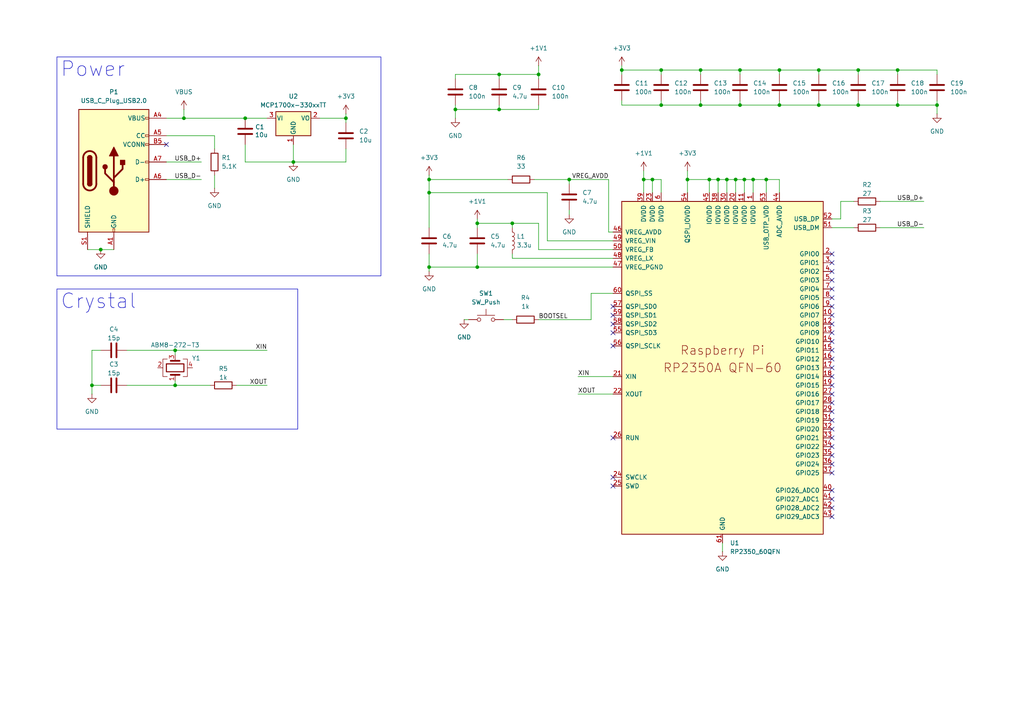
<source format=kicad_sch>
(kicad_sch (version 20250114) (generator "eeschema") (generator_version "9.0")
  (paper "A4")
  (lib_symbols
    (symbol "Connector:USB_C_Plug_USB2.0" (pin_names (offset 1.016))
      (property "Reference" "P" (at -10.16 19.05 0))
      (property "Value" "USB_C_Plug_USB2.0" (at 12.7 19.05 0))
      (symbol "USB_C_Plug_USB2.0_0_0"
        (rectangle (start -0.254 -17.78) (end 0.254 -16.764))
        (rectangle (start 10.16 15.494) (end 9.144 14.986))
        (rectangle (start 10.16 10.414) (end 9.144 9.906))
        (rectangle (start 10.16 7.874) (end 9.144 7.366))
        (rectangle (start 10.16 2.794) (end 9.144 2.286))
        (rectangle (start 10.16 -2.286) (end 9.144 -2.794))
      )
      (symbol "USB_C_Plug_USB2.0_0_1"
        (rectangle (start -10.16 17.78) (end 10.16 -17.78) (stroke (width 0.254)) (fill (type background)))
        (polyline (pts (xy -8.89 -3.81) (xy -8.89 3.81)) (stroke (width 0.508)))
        (rectangle (start -7.62 -3.81) (end -6.35 3.81) (stroke (width 0.254)) (fill (type outline)))
        (arc (start -7.62 3.81) (mid -6.985 4.4423) (end -6.35 3.81) (stroke (width 0.254)))
        (arc (start -7.62 3.81) (mid -6.985 4.4423) (end -6.35 3.81) (stroke (width 0.254)) (fill (type outline)))
        (arc (start -8.89 3.81) (mid -6.985 5.7067) (end -5.08 3.81) (stroke (width 0.508)))
        (arc (start -5.08 -3.81) (mid -6.985 -5.7067) (end -8.89 -3.81) (stroke (width 0.508)))
        (arc (start -6.35 -3.81) (mid -6.985 -4.4423) (end -7.62 -3.81) (stroke (width 0.254)))
        (arc (start -6.35 -3.81) (mid -6.985 -4.4423) (end -7.62 -3.81) (stroke (width 0.254)) (fill (type outline)))
        (polyline (pts (xy -5.08 3.81) (xy -5.08 -3.81)) (stroke (width 0.508)))
        (circle (center -2.54 1.143) (radius 0.635) (stroke (width 0.254)) (fill (type outline)))
        (polyline (pts (xy -1.27 4.318) (xy 0 6.858) (xy 1.27 4.318) (xy -1.27 4.318)) (stroke (width 0.254)) (fill (type outline)))
        (polyline (pts (xy 0 -2.032) (xy 2.54 0.508) (xy 2.54 1.778)) (stroke (width 0.508)))
        (polyline (pts (xy 0 -3.302) (xy -2.54 -0.762) (xy -2.54 0.508)) (stroke (width 0.508)))
        (polyline (pts (xy 0 -5.842) (xy 0 4.318)) (stroke (width 0.508)))
        (circle (center 0 -5.842) (radius 1.27) (fill (type outline)))
        (rectangle (start 1.905 1.778) (end 3.175 3.048) (stroke (width 0.254)) (fill (type outline)))
      )
      (symbol "USB_C_Plug_USB2.0_1_1"
        (pin passive line (at -7.62 -22.86 90) (length 5.08) (name "SHIELD") (number "S1"))
        (pin passive line (at 0 -22.86 90) (length 5.08) (name "GND") (number "A1"))
        (pin passive line (at 0 -22.86 90) (length 5.08) (hide yes) (name "GND") (number "A12"))
        (pin passive line (at 0 -22.86 90) (length 5.08) (hide yes) (name "GND") (number "B1"))
        (pin passive line (at 0 -22.86 90) (length 5.08) (hide yes) (name "GND") (number "B12"))
        (pin passive line (at 15.24 15.24 180) (length 5.08) (name "VBUS") (number "A4"))
        (pin passive line (at 15.24 15.24 180) (length 5.08) (hide yes) (name "VBUS") (number "A9"))
        (pin passive line (at 15.24 15.24 180) (length 5.08) (hide yes) (name "VBUS") (number "B4"))
        (pin passive line (at 15.24 15.24 180) (length 5.08) (hide yes) (name "VBUS") (number "B9"))
        (pin bidirectional line (at 15.24 10.16 180) (length 5.08) (name "CC") (number "A5"))
        (pin bidirectional line (at 15.24 7.62 180) (length 5.08) (name "VCONN") (number "B5"))
        (pin bidirectional line (at 15.24 2.54 180) (length 5.08) (name "D-") (number "A7"))
        (pin bidirectional line (at 15.24 -2.54 180) (length 5.08) (name "D+") (number "A6"))
      )
    )
    (symbol "Device:C" (pin_numbers (hide yes)) (pin_names (offset 0.254))
      (property "Reference" "C" (at 0.635 2.54 0))
      (property "Value" "C" (at 0.635 -2.54 0))
      (symbol "C_0_1"
        (polyline (pts (xy -2.032 0.762) (xy 2.032 0.762)) (stroke (width 0.508)))
        (polyline (pts (xy -2.032 -0.762) (xy 2.032 -0.762)) (stroke (width 0.508)))
      )
      (symbol "C_1_1"
        (pin passive line (at 0 3.81 270) (length 2.794) (name "~") (number "1"))
        (pin passive line (at 0 -3.81 90) (length 2.794) (name "~") (number "2"))
      )
    )
    (symbol "Device:Crystal_GND24" (pin_names (offset 1.016) (hide yes))
      (property "Reference" "Y" (at 3.175 5.08 0))
      (property "Value" "Crystal_GND24" (at 3.175 3.175 0))
      (symbol "Crystal_GND24_0_1"
        (polyline (pts (xy -2.54 2.286) (xy -2.54 3.556) (xy 2.54 3.556) (xy 2.54 2.286)))
        (polyline (pts (xy -2.54 0) (xy -2.032 0)))
        (polyline (pts (xy -2.54 -2.286) (xy -2.54 -3.556) (xy 2.54 -3.556) (xy 2.54 -2.286)))
        (polyline (pts (xy -2.032 -1.27) (xy -2.032 1.27)) (stroke (width 0.508)))
        (rectangle (start -1.143 2.54) (end 1.143 -2.54) (stroke (width 0.3048)))
        (polyline (pts (xy 0 3.556) (xy 0 3.81)))
        (polyline (pts (xy 0 -3.81) (xy 0 -3.556)))
        (polyline (pts (xy 2.032 0) (xy 2.54 0)))
        (polyline (pts (xy 2.032 -1.27) (xy 2.032 1.27)) (stroke (width 0.508)))
      )
      (symbol "Crystal_GND24_1_1"
        (pin passive line (at -3.81 0 0) (length 1.27) (name "1") (number "1"))
        (pin passive line (at 0 5.08 270) (length 1.27) (name "2") (number "2"))
        (pin passive line (at 0 -5.08 90) (length 1.27) (name "4") (number "4"))
        (pin passive line (at 3.81 0 180) (length 1.27) (name "3") (number "3"))
      )
    )
    (symbol "Device:L" (pin_numbers (hide yes)) (pin_names (offset 1.016) (hide yes))
      (property "Reference" "L" (at -1.27 0 90))
      (property "Value" "L" (at 1.905 0 90))
      (symbol "L_0_1"
        (arc (start 0 2.54) (mid 0.6323 1.905) (end 0 1.27))
        (arc (start 0 1.27) (mid 0.6323 0.635) (end 0 0))
        (arc (start 0 0) (mid 0.6323 -0.635) (end 0 -1.27))
        (arc (start 0 -1.27) (mid 0.6323 -1.905) (end 0 -2.54))
      )
      (symbol "L_1_1"
        (pin passive line (at 0 3.81 270) (length 1.27) (name "1") (number "1"))
        (pin passive line (at 0 -3.81 90) (length 1.27) (name "2") (number "2"))
      )
    )
    (symbol "Device:R" (pin_numbers (hide yes)) (pin_names (offset 0))
      (property "Reference" "R" (at 2.032 0 90))
      (property "Value" "R" (at 0 0 90))
      (symbol "R_0_1"
        (rectangle (start -1.016 -2.54) (end 1.016 2.54) (stroke (width 0.254)))
      )
      (symbol "R_1_1"
        (pin passive line (at 0 3.81 270) (length 1.27) (name "~") (number "1"))
        (pin passive line (at 0 -3.81 90) (length 1.27) (name "~") (number "2"))
      )
    )
    (symbol "Regulator_Linear:MCP1700x-330xxTT" (pin_names (offset 0.254))
      (property "Reference" "U" (at -3.81 3.175 0))
      (property "Value" "MCP1700x-330xxTT" (at 0 3.175 0))
      (symbol "MCP1700x-330xxTT_0_1"
        (rectangle (start -5.08 1.905) (end 5.08 -5.08) (stroke (width 0.254)) (fill (type background)))
      )
      (symbol "MCP1700x-330xxTT_1_1"
        (pin power_in line (at -7.62 0 0) (length 2.54) (name "VI") (number "3"))
        (pin power_in line (at 0 -7.62 90) (length 2.54) (name "GND") (number "1"))
        (pin power_out line (at 7.62 0 180) (length 2.54) (name "VO") (number "2"))
      )
    )
    (symbol "Switch:SW_Push" (pin_numbers (hide yes)) (pin_names (offset 1.016) (hide yes))
      (property "Reference" "SW" (at 1.27 2.54 0))
      (property "Value" "SW_Push" (at 0 -1.524 0))
      (symbol "SW_Push_0_1"
        (circle (center -2.032 0) (radius 0.508))
        (polyline (pts (xy 0 1.27) (xy 0 3.048)))
        (circle (center 2.032 0) (radius 0.508))
        (polyline (pts (xy 2.54 1.27) (xy -2.54 1.27)))
        (pin passive line (at -5.08 0 0) (length 2.54) (name "1") (number "1"))
        (pin passive line (at 5.08 0 180) (length 2.54) (name "2") (number "2"))
      )
    )
    (symbol "power:+1V1" (power) (pin_numbers (hide yes)) (pin_names (offset 0) (hide yes))
      (property "Value" "+1V1" (at 0 3.556 0))
      (symbol "+1V1_0_1"
        (polyline (pts (xy -0.762 1.27) (xy 0 2.54)))
        (polyline (pts (xy 0 2.54) (xy 0.762 1.27)))
        (polyline (pts (xy 0 0) (xy 0 2.54)))
      )
      (symbol "+1V1_1_1"
        (pin power_in line (at 0 0 90) (length 0) (name "~") (number "1"))
      )
    )
    (symbol "power:+3V3" (power) (pin_numbers (hide yes)) (pin_names (offset 0) (hide yes))
      (property "Value" "+3V3" (at 0 3.556 0))
      (symbol "+3V3_0_1"
        (polyline (pts (xy -0.762 1.27) (xy 0 2.54)))
        (polyline (pts (xy 0 2.54) (xy 0.762 1.27)))
        (polyline (pts (xy 0 0) (xy 0 2.54)))
      )
      (symbol "+3V3_1_1"
        (pin power_in line (at 0 0 90) (length 0) (name "~") (number "1"))
      )
    )
    (symbol "power:GND" (power) (pin_numbers (hide yes)) (pin_names (offset 0) (hide yes))
      (property "Value" "GND" (at 0 -3.81 0))
      (symbol "GND_0_1"
        (polyline (pts (xy 0 0) (xy 0 -1.27) (xy 1.27 -1.27) (xy 0 -2.54) (xy -1.27 -1.27) (xy 0 -1.27)))
      )
      (symbol "GND_1_1"
        (pin power_in line (at 0 0 270) (length 0) (name "~") (number "1"))
      )
    )
    (symbol "power:VBUS" (power) (pin_numbers (hide yes)) (pin_names (offset 0) (hide yes))
      (property "Value" "VBUS" (at 0 3.556 0))
      (symbol "VBUS_0_1"
        (polyline (pts (xy -0.762 1.27) (xy 0 2.54)))
        (polyline (pts (xy 0 2.54) (xy 0.762 1.27)))
        (polyline (pts (xy 0 0) (xy 0 2.54)))
      )
      (symbol "VBUS_1_1"
        (pin power_in line (at 0 0 90) (length 0) (name "~") (number "1"))
      )
    )
    (symbol "rp2350a:RP2350_60QFN" (pin_names (offset 1.016))
      (property "Reference" "U" (at -29.21 49.53 0))
      (property "Value" "RP2350_60QFN" (at 24.13 -49.53 0))
      (symbol "RP2350_60QFN_0_0"
        (text "Raspberry Pi" (at 0 5.08 0) (effects (font (size 2.54 2.54))))
      )
      (symbol "RP2350_60QFN_0_1"
        (rectangle (start 29.21 48.26) (end -29.21 -48.26) (stroke (width 0.254)) (fill (type background)))
      )
      (symbol "RP2350_60QFN_1_0"
        (text "RP2350A QFN-60" (at 0 0 0) (effects (font (size 2.54 2.54))))
      )
      (symbol "RP2350_60QFN_1_1"
        (pin power_in line (at -31.75 39.37 0) (length 2.54) (name "VREG_AVDD") (number "46"))
        (pin power_in line (at -31.75 36.83 0) (length 2.54) (name "VREG_VIN") (number "49"))
        (pin input line (at -31.75 34.29 0) (length 2.54) (name "VREG_FB") (number "50"))
        (pin power_out line (at -31.75 31.75 0) (length 2.54) (name "VREG_LX") (number "48"))
        (pin power_in line (at -31.75 29.21 0) (length 2.54) (name "VREG_PGND") (number "47"))
        (pin bidirectional line (at -31.75 21.59 0) (length 2.54) (name "QSPI_SS") (number "60"))
        (pin bidirectional line (at -31.75 17.78 0) (length 2.54) (name "QSPI_SD0") (number "57"))
        (pin bidirectional line (at -31.75 15.24 0) (length 2.54) (name "QSPI_SD1") (number "59"))
        (pin bidirectional line (at -31.75 12.7 0) (length 2.54) (name "QSPI_SD2") (number "58"))
        (pin bidirectional line (at -31.75 10.16 0) (length 2.54) (name "QSPI_SD3") (number "55"))
        (pin output line (at -31.75 6.35 0) (length 2.54) (name "QSPI_SCLK") (number "56"))
        (pin input line (at -31.75 -2.54 0) (length 2.54) (name "XIN") (number "21"))
        (pin passive line (at -31.75 -7.62 0) (length 2.54) (name "XOUT") (number "22"))
        (pin input line (at -31.75 -20.32 0) (length 2.54) (name "RUN") (number "26"))
        (pin output line (at -31.75 -31.75 0) (length 2.54) (name "SWCLK") (number "24"))
        (pin bidirectional line (at -31.75 -34.29 0) (length 2.54) (name "SWD") (number "25"))
        (pin power_in line (at -22.86 50.8 270) (length 2.54) (name "DVDD") (number "39"))
        (pin power_in line (at -20.32 50.8 270) (length 2.54) (name "DVDD") (number "23"))
        (pin power_in line (at -17.78 50.8 270) (length 2.54) (name "DVDD") (number "6"))
        (pin power_in line (at -10.16 50.8 270) (length 2.54) (name "QSPI_IOVDD") (number "54"))
        (pin power_in line (at -3.81 50.8 270) (length 2.54) (name "IOVDD") (number "45"))
        (pin power_in line (at -1.27 50.8 270) (length 2.54) (name "IOVDD") (number "38"))
        (pin power_in line (at 0 -50.8 90) (length 2.54) (name "GND") (number "61"))
        (pin power_in line (at 1.27 50.8 270) (length 2.54) (name "IOVDD") (number "30"))
        (pin power_in line (at 3.81 50.8 270) (length 2.54) (name "IOVDD") (number "20"))
        (pin power_in line (at 6.35 50.8 270) (length 2.54) (name "IOVDD") (number "11"))
        (pin power_in line (at 8.89 50.8 270) (length 2.54) (name "IOVDD") (number "1"))
        (pin power_in line (at 12.7 50.8 270) (length 2.54) (name "USB_OTP_VDD") (number "53"))
        (pin power_in line (at 16.51 50.8 270) (length 2.54) (name "ADC_AVDD") (number "44"))
        (pin bidirectional line (at 31.75 43.18 180) (length 2.54) (name "USB_DP") (number "52"))
        (pin bidirectional line (at 31.75 40.64 180) (length 2.54) (name "USB_DM") (number "51"))
        (pin bidirectional line (at 31.75 33.02 180) (length 2.54) (name "GPIO0") (number "2"))
        (pin bidirectional line (at 31.75 30.48 180) (length 2.54) (name "GPIO1") (number "3"))
        (pin bidirectional line (at 31.75 27.94 180) (length 2.54) (name "GPIO2") (number "4"))
        (pin bidirectional line (at 31.75 25.4 180) (length 2.54) (name "GPIO3") (number "5"))
        (pin bidirectional line (at 31.75 22.86 180) (length 2.54) (name "GPIO4") (number "7"))
        (pin bidirectional line (at 31.75 20.32 180) (length 2.54) (name "GPIO5") (number "8"))
        (pin bidirectional line (at 31.75 17.78 180) (length 2.54) (name "GPIO6") (number "9"))
        (pin bidirectional line (at 31.75 15.24 180) (length 2.54) (name "GPIO7") (number "10"))
        (pin bidirectional line (at 31.75 12.7 180) (length 2.54) (name "GPIO8") (number "12"))
        (pin bidirectional line (at 31.75 10.16 180) (length 2.54) (name "GPIO9") (number "13"))
        (pin bidirectional line (at 31.75 7.62 180) (length 2.54) (name "GPIO10") (number "14"))
        (pin bidirectional line (at 31.75 5.08 180) (length 2.54) (name "GPIO11") (number "15"))
        (pin bidirectional line (at 31.75 2.54 180) (length 2.54) (name "GPIO12") (number "16"))
        (pin bidirectional line (at 31.75 0 180) (length 2.54) (name "GPIO13") (number "17"))
        (pin bidirectional line (at 31.75 -2.54 180) (length 2.54) (name "GPIO14") (number "18"))
        (pin bidirectional line (at 31.75 -5.08 180) (length 2.54) (name "GPIO15") (number "19"))
        (pin bidirectional line (at 31.75 -7.62 180) (length 2.54) (name "GPIO16") (number "27"))
        (pin bidirectional line (at 31.75 -10.16 180) (length 2.54) (name "GPIO17") (number "28"))
        (pin bidirectional line (at 31.75 -12.7 180) (length 2.54) (name "GPIO18") (number "29"))
        (pin bidirectional line (at 31.75 -15.24 180) (length 2.54) (name "GPIO19") (number "31"))
        (pin bidirectional line (at 31.75 -17.78 180) (length 2.54) (name "GPIO20") (number "32"))
        (pin bidirectional line (at 31.75 -20.32 180) (length 2.54) (name "GPIO21") (number "33"))
        (pin bidirectional line (at 31.75 -22.86 180) (length 2.54) (name "GPIO22") (number "34"))
        (pin bidirectional line (at 31.75 -25.4 180) (length 2.54) (name "GPIO23") (number "35"))
        (pin bidirectional line (at 31.75 -27.94 180) (length 2.54) (name "GPIO24") (number "36"))
        (pin bidirectional line (at 31.75 -30.48 180) (length 2.54) (name "GPIO25") (number "37"))
        (pin bidirectional line (at 31.75 -35.56 180) (length 2.54) (name "GPIO26_ADC0") (number "40"))
        (pin bidirectional line (at 31.75 -38.1 180) (length 2.54) (name "GPIO27_ADC1") (number "41"))
        (pin bidirectional line (at 31.75 -40.64 180) (length 2.54) (name "GPIO28_ADC2") (number "42"))
        (pin bidirectional line (at 31.75 -43.18 180) (length 2.54) (name "GPIO29_ADC3") (number "43"))
      )
    )
  )
  (text_box "Crystal" (at 16.51 83.82 0) (size 69.85 40.64) (margins 0.9525 0.9525 0.9525 0.9525) (effects (font (size 4.2418 4.2418)) (justify left top)))
  (text_box "Power\n" (at 16.51 16.51 0) (size 93.98 63.5) (margins 0.9525 0.9525 0.9525 0.9525) (effects (font (size 4.2418 4.2418)) (justify left top)))
  (junction (at 222.25 52.07))
  (junction (at 124.46 55.88))
  (junction (at 260.35 20.32))
  (junction (at 100.33 34.29))
  (junction (at 237.49 20.32))
  (junction (at 124.46 77.47))
  (junction (at 191.77 30.48))
  (junction (at 226.06 30.48))
  (junction (at 71.12 34.29))
  (junction (at 203.2 30.48))
  (junction (at 260.35 30.48))
  (junction (at 189.23 52.07))
  (junction (at 180.34 20.32))
  (junction (at 50.8 111.76))
  (junction (at 53.34 34.29))
  (junction (at 226.06 20.32))
  (junction (at 199.39 52.07))
  (junction (at 144.78 21.59))
  (junction (at 165.1 52.07))
  (junction (at 138.43 77.47))
  (junction (at 205.74 52.07))
  (junction (at 214.63 30.48))
  (junction (at 214.63 20.32))
  (junction (at 271.78 30.48))
  (junction (at 156.21 21.59))
  (junction (at 29.21 72.39))
  (junction (at 210.82 52.07))
  (junction (at 203.2 20.32))
  (junction (at 213.36 52.07))
  (junction (at 248.92 20.32))
  (junction (at 248.92 30.48))
  (junction (at 144.78 31.75))
  (junction (at 186.69 52.07))
  (junction (at 237.49 30.48))
  (junction (at 85.09 46.99))
  (junction (at 148.59 64.77))
  (junction (at 50.8 101.6))
  (junction (at 138.43 64.77))
  (junction (at 215.9 52.07))
  (junction (at 132.08 31.75))
  (junction (at 124.46 52.07))
  (junction (at 218.44 52.07))
  (junction (at 26.67 111.76))
  (junction (at 191.77 20.32))
  (junction (at 208.28 52.07))
  (no_connect (at 177.8 100.33))
  (no_connect (at 241.3 83.82))
  (no_connect (at 241.3 134.62))
  (no_connect (at 241.3 78.74))
  (no_connect (at 241.3 96.52))
  (no_connect (at 241.3 93.98))
  (no_connect (at 241.3 91.44))
  (no_connect (at 177.8 138.43))
  (no_connect (at 241.3 101.6))
  (no_connect (at 177.8 88.9))
  (no_connect (at 241.3 114.3))
  (no_connect (at 241.3 99.06))
  (no_connect (at 177.8 93.98))
  (no_connect (at 241.3 116.84))
  (no_connect (at 48.26 41.91))
  (no_connect (at 177.8 91.44))
  (no_connect (at 241.3 104.14))
  (no_connect (at 241.3 129.54))
  (no_connect (at 241.3 144.78))
  (no_connect (at 241.3 127))
  (no_connect (at 241.3 73.66))
  (no_connect (at 241.3 142.24))
  (no_connect (at 241.3 111.76))
  (no_connect (at 241.3 137.16))
  (no_connect (at 241.3 119.38))
  (no_connect (at 241.3 86.36))
  (no_connect (at 241.3 109.22))
  (no_connect (at 241.3 124.46))
  (no_connect (at 241.3 81.28))
  (no_connect (at 241.3 121.92))
  (no_connect (at 177.8 127))
  (no_connect (at 177.8 96.52))
  (no_connect (at 241.3 149.86))
  (no_connect (at 177.8 140.97))
  (no_connect (at 241.3 76.2))
  (no_connect (at 241.3 147.32))
  (no_connect (at 241.3 106.68))
  (no_connect (at 241.3 88.9))
  (no_connect (at 241.3 132.08))
  (wire (pts (xy 92.71 34.29) (xy 100.33 34.29)))
  (wire (pts (xy 191.77 30.48) (xy 191.77 29.21)))
  (wire (pts (xy 148.59 64.77) (xy 156.21 64.77)))
  (wire (pts (xy 138.43 64.77) (xy 148.59 64.77)))
  (wire (pts (xy 156.21 19.05) (xy 156.21 21.59)))
  (wire (pts (xy 226.06 30.48) (xy 226.06 29.21)))
  (wire (pts (xy 191.77 20.32) (xy 203.2 20.32)))
  (wire (pts (xy 138.43 73.66) (xy 138.43 77.47)))
  (wire (pts (xy 36.83 111.76) (xy 50.8 111.76)))
  (wire (pts (xy 29.21 72.39) (xy 33.02 72.39)))
  (wire (pts (xy 100.33 43.18) (xy 100.33 46.99)))
  (wire (pts (xy 100.33 34.29) (xy 100.33 35.56)))
  (wire (pts (xy 199.39 49.53) (xy 199.39 52.07)))
  (wire (pts (xy 237.49 30.48) (xy 237.49 29.21)))
  (wire (pts (xy 180.34 20.32) (xy 180.34 21.59)))
  (wire (pts (xy 167.64 109.22) (xy 177.8 109.22)))
  (wire (pts (xy 144.78 21.59) (xy 144.78 22.86)))
  (wire (pts (xy 71.12 34.29) (xy 77.47 34.29)))
  (wire (pts (xy 156.21 64.77) (xy 156.21 72.39)))
  (wire (pts (xy 132.08 22.86) (xy 132.08 21.59)))
  (wire (pts (xy 132.08 31.75) (xy 132.08 34.29)))
  (wire (pts (xy 144.78 31.75) (xy 156.21 31.75)))
  (wire (pts (xy 214.63 30.48) (xy 214.63 29.21)))
  (wire (pts (xy 205.74 52.07) (xy 199.39 52.07)))
  (wire (pts (xy 26.67 101.6) (xy 29.21 101.6)))
  (wire (pts (xy 124.46 52.07) (xy 124.46 55.88)))
  (wire (pts (xy 25.4 72.39) (xy 29.21 72.39)))
  (wire (pts (xy 50.8 102.87) (xy 50.8 101.6)))
  (wire (pts (xy 205.74 52.07) (xy 205.74 55.88)))
  (wire (pts (xy 218.44 52.07) (xy 218.44 55.88)))
  (wire (pts (xy 156.21 72.39) (xy 177.8 72.39)))
  (wire (pts (xy 226.06 20.32) (xy 226.06 21.59)))
  (wire (pts (xy 237.49 20.32) (xy 248.92 20.32)))
  (wire (pts (xy 50.8 110.49) (xy 50.8 111.76)))
  (wire (pts (xy 138.43 77.47) (xy 177.8 77.47)))
  (wire (pts (xy 191.77 52.07) (xy 191.77 55.88)))
  (wire (pts (xy 134.62 92.71) (xy 135.89 92.71)))
  (wire (pts (xy 148.59 74.93) (xy 177.8 74.93)))
  (wire (pts (xy 260.35 20.32) (xy 260.35 21.59)))
  (wire (pts (xy 156.21 21.59) (xy 156.21 22.86)))
  (wire (pts (xy 29.21 111.76) (xy 26.67 111.76)))
  (wire (pts (xy 213.36 52.07) (xy 213.36 55.88)))
  (wire (pts (xy 241.3 63.5) (xy 243.84 63.5)))
  (wire (pts (xy 132.08 30.48) (xy 132.08 31.75)))
  (wire (pts (xy 144.78 21.59) (xy 156.21 21.59)))
  (wire (pts (xy 203.2 30.48) (xy 214.63 30.48)))
  (wire (pts (xy 50.8 101.6) (xy 77.47 101.6)))
  (wire (pts (xy 191.77 30.48) (xy 203.2 30.48)))
  (wire (pts (xy 26.67 111.76) (xy 26.67 101.6)))
  (wire (pts (xy 50.8 111.76) (xy 60.96 111.76)))
  (wire (pts (xy 165.1 52.07) (xy 165.1 53.34)))
  (wire (pts (xy 26.67 111.76) (xy 26.67 114.3)))
  (wire (pts (xy 62.23 54.61) (xy 62.23 50.8)))
  (wire (pts (xy 124.46 77.47) (xy 138.43 77.47)))
  (wire (pts (xy 209.55 157.48) (xy 209.55 160.02)))
  (wire (pts (xy 62.23 39.37) (xy 62.23 43.18)))
  (wire (pts (xy 138.43 63.5) (xy 138.43 64.77)))
  (wire (pts (xy 132.08 21.59) (xy 144.78 21.59)))
  (wire (pts (xy 180.34 20.32) (xy 191.77 20.32)))
  (wire (pts (xy 180.34 30.48) (xy 180.34 29.21)))
  (wire (pts (xy 124.46 50.8) (xy 124.46 52.07)))
  (wire (pts (xy 189.23 52.07) (xy 189.23 55.88)))
  (wire (pts (xy 156.21 92.71) (xy 171.45 92.71)))
  (wire (pts (xy 186.69 49.53) (xy 186.69 52.07)))
  (wire (pts (xy 210.82 52.07) (xy 210.82 55.88)))
  (wire (pts (xy 132.08 31.75) (xy 144.78 31.75)))
  (wire (pts (xy 248.92 30.48) (xy 248.92 29.21)))
  (wire (pts (xy 248.92 20.32) (xy 248.92 21.59)))
  (wire (pts (xy 255.27 58.42) (xy 267.97 58.42)))
  (wire (pts (xy 158.75 69.85) (xy 177.8 69.85)))
  (wire (pts (xy 53.34 31.75) (xy 53.34 34.29)))
  (wire (pts (xy 214.63 20.32) (xy 226.06 20.32)))
  (wire (pts (xy 124.46 77.47) (xy 124.46 78.74)))
  (wire (pts (xy 260.35 30.48) (xy 260.35 29.21)))
  (wire (pts (xy 226.06 20.32) (xy 237.49 20.32)))
  (wire (pts (xy 100.33 46.99) (xy 85.09 46.99)))
  (wire (pts (xy 237.49 20.32) (xy 237.49 21.59)))
  (wire (pts (xy 180.34 19.05) (xy 180.34 20.32)))
  (wire (pts (xy 165.1 52.07) (xy 176.53 52.07)))
  (wire (pts (xy 186.69 52.07) (xy 189.23 52.07)))
  (wire (pts (xy 215.9 52.07) (xy 213.36 52.07)))
  (wire (pts (xy 48.26 34.29) (xy 53.34 34.29)))
  (wire (pts (xy 248.92 30.48) (xy 260.35 30.48)))
  (wire (pts (xy 36.83 101.6) (xy 50.8 101.6)))
  (wire (pts (xy 165.1 60.96) (xy 165.1 62.23)))
  (wire (pts (xy 248.92 20.32) (xy 260.35 20.32)))
  (wire (pts (xy 241.3 66.04) (xy 247.65 66.04)))
  (wire (pts (xy 271.78 20.32) (xy 271.78 21.59)))
  (wire (pts (xy 186.69 52.07) (xy 186.69 55.88)))
  (wire (pts (xy 199.39 52.07) (xy 199.39 55.88)))
  (wire (pts (xy 189.23 52.07) (xy 191.77 52.07)))
  (wire (pts (xy 148.59 64.77) (xy 148.59 66.04)))
  (wire (pts (xy 222.25 52.07) (xy 222.25 55.88)))
  (wire (pts (xy 148.59 73.66) (xy 148.59 74.93)))
  (wire (pts (xy 144.78 30.48) (xy 144.78 31.75)))
  (wire (pts (xy 218.44 52.07) (xy 215.9 52.07)))
  (wire (pts (xy 68.58 111.76) (xy 77.47 111.76)))
  (wire (pts (xy 100.33 33.02) (xy 100.33 34.29)))
  (wire (pts (xy 171.45 85.09) (xy 171.45 92.71)))
  (wire (pts (xy 226.06 52.07) (xy 222.25 52.07)))
  (wire (pts (xy 124.46 52.07) (xy 147.32 52.07)))
  (wire (pts (xy 255.27 66.04) (xy 267.97 66.04)))
  (wire (pts (xy 124.46 66.04) (xy 124.46 55.88)))
  (wire (pts (xy 213.36 52.07) (xy 210.82 52.07)))
  (wire (pts (xy 271.78 30.48) (xy 271.78 29.21)))
  (wire (pts (xy 138.43 64.77) (xy 138.43 66.04)))
  (wire (pts (xy 48.26 52.07) (xy 58.42 52.07)))
  (wire (pts (xy 260.35 30.48) (xy 271.78 30.48)))
  (wire (pts (xy 48.26 39.37) (xy 62.23 39.37)))
  (wire (pts (xy 53.34 34.29) (xy 71.12 34.29)))
  (wire (pts (xy 171.45 85.09) (xy 177.8 85.09)))
  (wire (pts (xy 226.06 52.07) (xy 226.06 55.88)))
  (wire (pts (xy 271.78 30.48) (xy 271.78 33.02)))
  (wire (pts (xy 203.2 30.48) (xy 203.2 29.21)))
  (wire (pts (xy 243.84 58.42) (xy 247.65 58.42)))
  (wire (pts (xy 154.94 52.07) (xy 165.1 52.07)))
  (wire (pts (xy 158.75 55.88) (xy 158.75 69.85)))
  (wire (pts (xy 167.64 114.3) (xy 177.8 114.3)))
  (wire (pts (xy 191.77 20.32) (xy 191.77 21.59)))
  (wire (pts (xy 176.53 67.31) (xy 177.8 67.31)))
  (wire (pts (xy 156.21 30.48) (xy 156.21 31.75)))
  (wire (pts (xy 203.2 20.32) (xy 203.2 21.59)))
  (wire (pts (xy 180.34 30.48) (xy 191.77 30.48)))
  (wire (pts (xy 124.46 55.88) (xy 158.75 55.88)))
  (wire (pts (xy 260.35 20.32) (xy 271.78 20.32)))
  (wire (pts (xy 203.2 20.32) (xy 214.63 20.32)))
  (wire (pts (xy 124.46 73.66) (xy 124.46 77.47)))
  (wire (pts (xy 71.12 46.99) (xy 85.09 46.99)))
  (wire (pts (xy 176.53 52.07) (xy 176.53 67.31)))
  (wire (pts (xy 146.05 92.71) (xy 148.59 92.71)))
  (wire (pts (xy 85.09 41.91) (xy 85.09 46.99)))
  (wire (pts (xy 215.9 52.07) (xy 215.9 55.88)))
  (wire (pts (xy 237.49 30.48) (xy 248.92 30.48)))
  (wire (pts (xy 226.06 30.48) (xy 237.49 30.48)))
  (wire (pts (xy 208.28 52.07) (xy 208.28 55.88)))
  (wire (pts (xy 210.82 52.07) (xy 208.28 52.07)))
  (wire (pts (xy 214.63 30.48) (xy 226.06 30.48)))
  (wire (pts (xy 243.84 63.5) (xy 243.84 58.42)))
  (wire (pts (xy 222.25 52.07) (xy 218.44 52.07)))
  (wire (pts (xy 48.26 46.99) (xy 58.42 46.99)))
  (wire (pts (xy 71.12 41.91) (xy 71.12 46.99)))
  (wire (pts (xy 208.28 52.07) (xy 205.74 52.07)))
  (wire (pts (xy 214.63 20.32) (xy 214.63 21.59)))
  (label "USB_D-" (at 58.42 52.07 180))
  (label "XOUT" (at 77.47 111.76 180))
  (label "USB_D+" (at 58.42 46.99 180))
  (label "USB_D-" (at 267.97 66.04 180))
  (label "USB_D+" (at 267.97 58.42 180))
  (label "BOOTSEL" (at 156.21 92.71 0))
  (label "XIN" (at 167.64 109.22 0))
  (label "XOUT" (at 167.64 114.3 0))
  (label "XIN" (at 77.47 101.6 180))
  (label "VREG_AVDD" (at 176.53 52.07 180))
  (symbol (lib_id "power:GND") (at 29.21 72.39 0) (unit 1)
    (property "Reference" "#PWR07" (effects (hide yes)))
    (property "Value" "GND" (at 29.21 77.47 0))
    (property "Description" "Power symbol creates a global label with name \"GND\" , ground" (effects (hide yes)))
  )
  (symbol (lib_id "power:GND") (at 62.23 54.61 0) (unit 1)
    (property "Reference" "#PWR01" (effects (hide yes)))
    (property "Value" "GND" (at 62.23 59.69 0))
    (property "Description" "Power symbol creates a global label with name \"GND\" , ground" (effects (hide yes)))
  )
  (symbol (lib_id "power:+3V3") (at 100.33 33.02 0) (unit 1)
    (property "Reference" "#PWR03" (effects (hide yes)))
    (property "Value" "+3V3" (at 100.33 27.94 0))
    (property "Description" "Power symbol creates a global label with name \"+3V3\"" (effects (hide yes)))
  )
  (symbol (lib_id "power:+1V1") (at 138.43 63.5 0) (unit 1)
    (property "Reference" "#PWR014" (effects (hide yes)))
    (property "Value" "+1V1" (at 138.43 58.42 0))
    (property "Description" "Power symbol creates a global label with name \"+1V1\"" (effects (hide yes)))
  )
  (symbol (lib_id "Device:R") (at 151.13 52.07 270) (unit 1)
    (property "Reference" "R6" (at 151.13 45.72 90))
    (property "Value" "33" (at 151.13 48.26 90))
    (property "Footprint" "Resistor_SMD:R_0402_1005Metric" (effects (hide yes)))
    (property "Description" "Resistor" (effects (hide yes)))
  )
  (symbol (lib_id "Device:C") (at 214.63 25.4 0) (unit 1)
    (property "Reference" "C14" (at 218.44 24.1299 0) (effects (justify left)))
    (property "Value" "100n" (at 218.44 26.6699 0) (effects (justify left)))
    (property "Footprint" "Capacitor_SMD:C_0402_1005Metric" (effects (hide yes)))
    (property "Description" "Unpolarized capacitor" (effects (hide yes)))
  )
  (symbol (lib_id "Device:C") (at 237.49 25.4 0) (unit 1)
    (property "Reference" "C16" (at 241.3 24.1299 0) (effects (justify left)))
    (property "Value" "100n" (at 241.3 26.6699 0) (effects (justify left)))
    (property "Footprint" "Capacitor_SMD:C_0402_1005Metric" (effects (hide yes)))
    (property "Description" "Unpolarized capacitor" (effects (hide yes)))
  )
  (symbol (lib_id "Connector:USB_C_Plug_USB2.0") (at 33.02 49.53 0) (unit 1)
    (property "Reference" "P1" (at 33.02 26.67 0))
    (property "Value" "USB_C_Plug_USB2.0" (at 33.02 29.21 0))
    (property "Footprint" "Connector_USB:USB_C_Plug_Molex_105444" (effects (hide yes)))
    (property "Datasheet" "https://www.usb.org/sites/default/files/documents/usb_type-c.zip" (effects (hide yes)))
    (property "Description" "USB 2.0-only Type-C Plug connector" (effects (hide yes)))
  )
  (symbol (lib_id "Device:C") (at 226.06 25.4 0) (unit 1)
    (property "Reference" "C15" (at 229.87 24.1299 0) (effects (justify left)))
    (property "Value" "100n" (at 229.87 26.6699 0) (effects (justify left)))
    (property "Footprint" "Capacitor_SMD:C_0402_1005Metric" (effects (hide yes)))
    (property "Description" "Unpolarized capacitor" (effects (hide yes)))
  )
  (symbol (lib_id "Device:C") (at 248.92 25.4 0) (unit 1)
    (property "Reference" "C17" (at 252.73 24.1299 0) (effects (justify left)))
    (property "Value" "100n" (at 252.73 26.6699 0) (effects (justify left)))
    (property "Footprint" "Capacitor_SMD:C_0402_1005Metric" (effects (hide yes)))
    (property "Description" "Unpolarized capacitor" (effects (hide yes)))
  )
  (symbol (lib_id "Device:C") (at 71.12 38.1 180) (unit 1)
    (property "Reference" "C1" (at 76.708 36.83 0) (effects (justify left)))
    (property "Value" "10u" (at 77.724 39.116 0) (effects (justify left)))
    (property "Footprint" "Capacitor_SMD:C_0603_1608Metric" (effects (hide yes)))
    (property "Description" "Unpolarized capacitor" (effects (hide yes)))
  )
  (symbol (lib_id "Device:R") (at 251.46 58.42 90) (unit 1)
    (property "Reference" "R2" (at 251.46 53.594 90))
    (property "Value" "27" (at 251.46 56.134 90))
    (property "Footprint" "Resistor_SMD:R_0402_1005Metric" (effects (hide yes)))
    (property "Description" "Resistor" (effects (hide yes)))
  )
  (symbol (lib_id "power:GND") (at 134.62 92.71 0) (unit 1)
    (property "Reference" "#PWR010" (effects (hide yes)))
    (property "Value" "GND" (at 134.62 97.79 0))
    (property "Description" "Power symbol creates a global label with name \"GND\" , ground" (effects (hide yes)))
  )
  (symbol (lib_id "power:+1V1") (at 186.69 49.53 0) (unit 1)
    (property "Reference" "#PWR06" (effects (hide yes)))
    (property "Value" "+1V1" (at 186.69 44.45 0))
    (property "Description" "Power symbol creates a global label with name \"+1V1\"" (effects (hide yes)))
  )
  (symbol (lib_id "Device:C") (at 100.33 39.37 0) (unit 1)
    (property "Reference" "C2" (at 104.14 38.0999 0) (effects (justify left)))
    (property "Value" "10u" (at 104.14 40.6399 0) (effects (justify left)))
    (property "Footprint" "Capacitor_SMD:C_0603_1608Metric" (effects (hide yes)))
    (property "Description" "Unpolarized capacitor" (effects (hide yes)))
  )
  (symbol (lib_id "power:VBUS") (at 53.34 31.75 0) (unit 1)
    (property "Reference" "#PWR02" (effects (hide yes)))
    (property "Value" "VBUS" (at 53.34 26.67 0))
    (property "Description" "Power symbol creates a global label with name \"VBUS\"" (effects (hide yes)))
  )
  (symbol (lib_id "Device:Crystal_GND24") (at 50.8 106.68 90) (unit 1)
    (property "Reference" "Y1" (at 56.896 103.886 90))
    (property "Value" "ABM8-272-T3" (at 50.8 100.076 90))
    (property "Footprint" "Crystal:Crystal_SMD_3225-4Pin_3.2x2.5mm" (effects (hide yes)))
    (property "Description" "Four pin crystal, GND on pins 2 and 4" (effects (hide yes)))
  )
  (symbol (lib_id "Device:C") (at 132.08 26.67 0) (unit 1)
    (property "Reference" "C8" (at 135.89 25.3999 0) (effects (justify left)))
    (property "Value" "100n" (at 135.89 27.9399 0) (effects (justify left)))
    (property "Footprint" "Capacitor_SMD:C_0402_1005Metric" (effects (hide yes)))
    (property "Description" "Unpolarized capacitor" (effects (hide yes)))
  )
  (symbol (lib_id "power:GND") (at 26.67 114.3 0) (unit 1)
    (property "Reference" "#PWR011" (effects (hide yes)))
    (property "Value" "GND" (at 26.67 119.38 0))
    (property "Description" "Power symbol creates a global label with name \"GND\" , ground" (effects (hide yes)))
  )
  (symbol (lib_id "power:GND") (at 209.55 160.02 0) (unit 1)
    (property "Reference" "#PWR08" (effects (hide yes)))
    (property "Value" "GND" (at 209.55 165.1 0))
    (property "Description" "Power symbol creates a global label with name \"GND\" , ground" (effects (hide yes)))
  )
  (symbol (lib_id "power:+3V3") (at 199.39 49.53 0) (unit 1)
    (property "Reference" "#PWR05" (effects (hide yes)))
    (property "Value" "+3V3" (at 199.39 44.45 0))
    (property "Description" "Power symbol creates a global label with name \"+3V3\"" (effects (hide yes)))
  )
  (symbol (lib_id "power:GND") (at 271.78 33.02 0) (unit 1)
    (property "Reference" "#PWR020" (effects (hide yes)))
    (property "Value" "GND" (at 271.78 38.1 0))
    (property "Description" "Power symbol creates a global label with name \"GND\" , ground" (effects (hide yes)))
  )
  (symbol (lib_id "Device:C") (at 33.02 111.76 270) (unit 1)
    (property "Reference" "C3" (at 33.02 105.664 90))
    (property "Value" "15p" (at 33.02 108.204 90))
    (property "Footprint" "Capacitor_SMD:C_0402_1005Metric" (effects (hide yes)))
    (property "Description" "Unpolarized capacitor" (effects (hide yes)))
  )
  (symbol (lib_id "Device:C") (at 33.02 101.6 270) (unit 1)
    (property "Reference" "C4" (at 33.02 95.504 90))
    (property "Value" "15p" (at 33.02 98.044 90))
    (property "Footprint" "Capacitor_SMD:C_0402_1005Metric" (effects (hide yes)))
    (property "Description" "Unpolarized capacitor" (effects (hide yes)))
  )
  (symbol (lib_id "Switch:SW_Push") (at 140.97 92.71 0) (unit 1)
    (property "Reference" "SW1" (at 140.97 85.09 0))
    (property "Value" "SW_Push" (at 140.97 87.63 0))
    (property "Footprint" "Button_Switch_SMD:SW_Push_SPST_NO_Alps_SKRK" (effects (hide yes)))
    (property "Description" "Push button switch, generic, two pins" (effects (hide yes)))
  )
  (symbol (lib_id "Device:C") (at 271.78 25.4 0) (unit 1)
    (property "Reference" "C19" (at 275.59 24.1299 0) (effects (justify left)))
    (property "Value" "100n" (at 275.59 26.6699 0) (effects (justify left)))
    (property "Footprint" "Capacitor_SMD:C_0402_1005Metric" (effects (hide yes)))
    (property "Description" "Unpolarized capacitor" (effects (hide yes)))
  )
  (symbol (lib_id "power:+3V3") (at 180.34 19.05 0) (unit 1)
    (property "Reference" "#PWR019" (effects (hide yes)))
    (property "Value" "+3V3" (at 180.34 13.97 0))
    (property "Description" "Power symbol creates a global label with name \"+3V3\"" (effects (hide yes)))
  )
  (symbol (lib_id "Device:C") (at 165.1 57.15 0) (unit 1)
    (property "Reference" "C7" (at 168.91 55.8799 0) (effects (justify left)))
    (property "Value" "4.7u" (at 168.91 58.4199 0) (effects (justify left)))
    (property "Footprint" "Capacitor_SMD:C_0402_1005Metric" (effects (hide yes)))
    (property "Description" "Unpolarized capacitor" (effects (hide yes)))
  )
  (symbol (lib_id "Device:R") (at 64.77 111.76 270) (unit 1)
    (property "Reference" "R5" (at 64.77 106.934 90))
    (property "Value" "1k" (at 64.77 109.474 90))
    (property "Footprint" "Resistor_SMD:R_0402_1005Metric" (effects (hide yes)))
    (property "Description" "Resistor" (effects (hide yes)))
  )
  (symbol (lib_id "Device:R") (at 62.23 46.99 0) (unit 1)
    (property "Reference" "R1" (at 64.262 45.72 0) (effects (justify left)))
    (property "Value" "5.1K" (at 64.262 48.26 0) (effects (justify left)))
    (property "Footprint" "Resistor_SMD:R_0402_1005Metric" (effects (hide yes)))
    (property "Description" "Resistor" (effects (hide yes)))
  )
  (symbol (lib_id "Device:C") (at 260.35 25.4 0) (unit 1)
    (property "Reference" "C18" (at 264.16 24.1299 0) (effects (justify left)))
    (property "Value" "100n" (at 264.16 26.6699 0) (effects (justify left)))
    (property "Footprint" "Capacitor_SMD:C_0402_1005Metric" (effects (hide yes)))
    (property "Description" "Unpolarized capacitor" (effects (hide yes)))
  )
  (symbol (lib_id "power:GND") (at 132.08 34.29 0) (unit 1)
    (property "Reference" "#PWR017" (effects (hide yes)))
    (property "Value" "GND" (at 132.08 39.37 0))
    (property "Description" "Power symbol creates a global label with name \"GND\" , ground" (effects (hide yes)))
  )
  (symbol (lib_id "Device:L") (at 148.59 69.85 0) (unit 1)
    (property "Reference" "L1" (at 149.86 68.5799 0) (effects (justify left)))
    (property "Value" "3.3u" (at 149.86 71.1199 0) (effects (justify left)))
    (property "Footprint" "Capacitor_SMD:C_0402_1005Metric" (effects (hide yes)))
    (property "Description" "Inductor" (effects (hide yes)))
  )
  (symbol (lib_id "rp2350a:RP2350_60QFN") (at 209.55 106.68 0) (unit 1)
    (property "Reference" "U1" (at 211.6933 157.48 0) (effects (justify left)))
    (property "Value" "RP2350_60QFN" (at 211.6933 160.02 0) (effects (justify left)))
    (property "Footprint" "RP2350_60QFN_minimal:RP2350-QFN-60-1EP_7x7_P0.4mm_EP3.4x3.4mm_ThermalVias" (effects (hide yes)))
  )
  (symbol (lib_id "power:GND") (at 165.1 62.23 0) (unit 1)
    (property "Reference" "#PWR016" (effects (hide yes)))
    (property "Value" "GND" (at 165.1 67.31 0))
    (property "Description" "Power symbol creates a global label with name \"GND\" , ground" (effects (hide yes)))
  )
  (symbol (lib_id "Device:C") (at 124.46 69.85 0) (unit 1)
    (property "Reference" "C6" (at 128.27 68.5799 0) (effects (justify left)))
    (property "Value" "4.7u" (at 128.27 71.1199 0) (effects (justify left)))
    (property "Footprint" "Capacitor_SMD:C_0402_1005Metric" (effects (hide yes)))
    (property "Description" "Unpolarized capacitor" (effects (hide yes)))
  )
  (symbol (lib_id "power:GND") (at 124.46 78.74 0) (unit 1)
    (property "Reference" "#PWR09" (effects (hide yes)))
    (property "Value" "GND" (at 124.46 83.82 0))
    (property "Description" "Power symbol creates a global label with name \"GND\" , ground" (effects (hide yes)))
  )
  (symbol (lib_id "Device:C") (at 144.78 26.67 0) (unit 1)
    (property "Reference" "C9" (at 148.59 25.3999 0) (effects (justify left)))
    (property "Value" "4.7u" (at 148.59 27.9399 0) (effects (justify left)))
    (property "Footprint" "Capacitor_SMD:C_0402_1005Metric" (effects (hide yes)))
    (property "Description" "Unpolarized capacitor" (effects (hide yes)))
  )
  (symbol (lib_id "power:GND") (at 85.09 46.99 0) (unit 1)
    (property "Reference" "#PWR04" (effects (hide yes)))
    (property "Value" "GND" (at 85.09 52.07 0))
    (property "Description" "Power symbol creates a global label with name \"GND\" , ground" (effects (hide yes)))
  )
  (symbol (lib_id "power:+3V3") (at 124.46 50.8 0) (unit 1)
    (property "Reference" "#PWR015" (effects (hide yes)))
    (property "Value" "+3V3" (at 124.46 45.72 0))
    (property "Description" "Power symbol creates a global label with name \"+3V3\"" (effects (hide yes)))
  )
  (symbol (lib_id "Device:C") (at 203.2 25.4 0) (unit 1)
    (property "Reference" "C13" (at 207.01 24.1299 0) (effects (justify left)))
    (property "Value" "100n" (at 207.01 26.6699 0) (effects (justify left)))
    (property "Footprint" "Capacitor_SMD:C_0402_1005Metric" (effects (hide yes)))
    (property "Description" "Unpolarized capacitor" (effects (hide yes)))
  )
  (symbol (lib_id "Device:C") (at 180.34 25.4 0) (unit 1)
    (property "Reference" "C11" (at 184.15 24.1299 0) (effects (justify left)))
    (property "Value" "100n" (at 184.15 26.6699 0) (effects (justify left)))
    (property "Footprint" "Capacitor_SMD:C_0402_1005Metric" (effects (hide yes)))
    (property "Description" "Unpolarized capacitor" (effects (hide yes)))
  )
  (symbol (lib_id "Device:C") (at 156.21 26.67 0) (unit 1)
    (property "Reference" "C10" (at 160.02 25.3999 0) (effects (justify left)))
    (property "Value" "100n" (at 160.02 27.9399 0) (effects (justify left)))
    (property "Footprint" "Capacitor_SMD:C_0402_1005Metric" (effects (hide yes)))
    (property "Description" "Unpolarized capacitor" (effects (hide yes)))
  )
  (symbol (lib_id "power:+1V1") (at 156.21 19.05 0) (unit 1)
    (property "Reference" "#PWR018" (effects (hide yes)))
    (property "Value" "+1V1" (at 156.21 13.97 0))
    (property "Description" "Power symbol creates a global label with name \"+1V1\"" (effects (hide yes)))
  )
  (symbol (lib_id "Device:C") (at 138.43 69.85 0) (unit 1)
    (property "Reference" "C5" (at 142.24 68.5799 0) (effects (justify left)))
    (property "Value" "4.7u" (at 142.24 71.1199 0) (effects (justify left)))
    (property "Footprint" "Capacitor_SMD:C_0402_1005Metric" (effects (hide yes)))
    (property "Description" "Unpolarized capacitor" (effects (hide yes)))
  )
  (symbol (lib_id "Device:C") (at 191.77 25.4 0) (unit 1)
    (property "Reference" "C12" (at 195.58 24.1299 0) (effects (justify left)))
    (property "Value" "100n" (at 195.58 26.6699 0) (effects (justify left)))
    (property "Footprint" "Capacitor_SMD:C_0402_1005Metric" (effects (hide yes)))
    (property "Description" "Unpolarized capacitor" (effects (hide yes)))
  )
  (symbol (lib_id "Device:R") (at 251.46 66.04 90) (unit 1)
    (property "Reference" "R3" (at 251.46 61.214 90))
    (property "Value" "27" (at 251.46 63.754 90))
    (property "Footprint" "Resistor_SMD:R_0402_1005Metric" (effects (hide yes)))
    (property "Description" "Resistor" (effects (hide yes)))
  )
  (symbol (lib_id "Device:R") (at 152.4 92.71 90) (unit 1)
    (property "Reference" "R4" (at 152.4 86.36 90))
    (property "Value" "1k" (at 152.4 88.9 90))
    (property "Footprint" "Resistor_SMD:R_0402_1005Metric" (effects (hide yes)))
    (property "Description" "Resistor" (effects (hide yes)))
  )
  (symbol (lib_id "Regulator_Linear:MCP1700x-330xxTT") (at 85.09 34.29 0) (unit 1)
    (property "Reference" "U2" (at 85.09 27.94 0))
    (property "Value" "MCP1700x-330xxTT" (at 85.09 30.48 0))
    (property "Footprint" "Package_TO_SOT_SMD:SOT-23" (effects (hide yes)))
    (property "Datasheet" "http://ww1.microchip.com/downloads/en/DeviceDoc/20001826D.pdf" (effects (hide yes)))
    (property "Description" "250mA Low Quiscent Current LDO, 3.3V output, SOT-23" (effects (hide yes)))
  )
)
</source>
